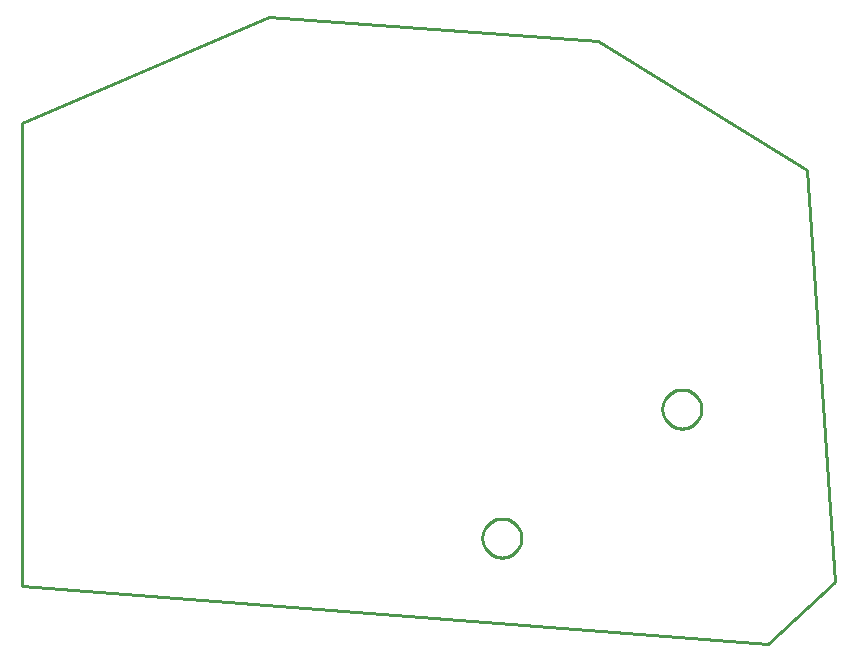
<source format=gbr>
G04 EAGLE Gerber RS-274X export*
G75*
%MOMM*%
%FSLAX34Y34*%
%LPD*%
%IN*%
%IPPOS*%
%AMOC8*
5,1,8,0,0,1.08239X$1,22.5*%
G01*
%ADD10C,0.254000*%


D10*
X12700Y63500D02*
X644476Y14658D01*
X700827Y66821D01*
X677457Y416068D01*
X500085Y524743D01*
X221722Y544979D01*
X12700Y455477D01*
X12700Y63500D01*
X588010Y212820D02*
X587939Y211741D01*
X587798Y210669D01*
X587587Y209609D01*
X587308Y208565D01*
X586960Y207541D01*
X586546Y206543D01*
X586068Y205573D01*
X585528Y204637D01*
X584927Y203738D01*
X584269Y202881D01*
X583557Y202068D01*
X582792Y201304D01*
X581979Y200591D01*
X581122Y199933D01*
X580223Y199332D01*
X579287Y198792D01*
X578317Y198314D01*
X577319Y197900D01*
X576295Y197552D01*
X575251Y197273D01*
X574191Y197062D01*
X573119Y196921D01*
X572040Y196850D01*
X570960Y196850D01*
X569881Y196921D01*
X568809Y197062D01*
X567749Y197273D01*
X566705Y197552D01*
X565681Y197900D01*
X564683Y198314D01*
X563713Y198792D01*
X562777Y199332D01*
X561878Y199933D01*
X561021Y200591D01*
X560208Y201304D01*
X559444Y202068D01*
X558731Y202881D01*
X558073Y203738D01*
X557472Y204637D01*
X556932Y205573D01*
X556454Y206543D01*
X556040Y207541D01*
X555692Y208565D01*
X555413Y209609D01*
X555202Y210669D01*
X555061Y211741D01*
X554990Y212820D01*
X554990Y213900D01*
X555061Y214979D01*
X555202Y216051D01*
X555413Y217111D01*
X555692Y218155D01*
X556040Y219179D01*
X556454Y220177D01*
X556932Y221147D01*
X557472Y222083D01*
X558073Y222982D01*
X558731Y223839D01*
X559444Y224652D01*
X560208Y225417D01*
X561021Y226129D01*
X561878Y226787D01*
X562777Y227388D01*
X563713Y227928D01*
X564683Y228406D01*
X565681Y228820D01*
X566705Y229168D01*
X567749Y229447D01*
X568809Y229658D01*
X569881Y229799D01*
X570960Y229870D01*
X572040Y229870D01*
X573119Y229799D01*
X574191Y229658D01*
X575251Y229447D01*
X576295Y229168D01*
X577319Y228820D01*
X578317Y228406D01*
X579287Y227928D01*
X580223Y227388D01*
X581122Y226787D01*
X581979Y226129D01*
X582792Y225417D01*
X583557Y224652D01*
X584269Y223839D01*
X584927Y222982D01*
X585528Y222083D01*
X586068Y221147D01*
X586546Y220177D01*
X586960Y219179D01*
X587308Y218155D01*
X587587Y217111D01*
X587798Y216051D01*
X587939Y214979D01*
X588010Y213900D01*
X588010Y212820D01*
X402590Y104680D02*
X402661Y105759D01*
X402802Y106831D01*
X403013Y107891D01*
X403292Y108935D01*
X403640Y109959D01*
X404054Y110957D01*
X404532Y111927D01*
X405072Y112863D01*
X405673Y113762D01*
X406331Y114619D01*
X407044Y115432D01*
X407808Y116197D01*
X408621Y116909D01*
X409478Y117567D01*
X410377Y118168D01*
X411313Y118708D01*
X412283Y119186D01*
X413281Y119600D01*
X414305Y119948D01*
X415349Y120227D01*
X416409Y120438D01*
X417481Y120579D01*
X418560Y120650D01*
X419640Y120650D01*
X420719Y120579D01*
X421791Y120438D01*
X422851Y120227D01*
X423895Y119948D01*
X424919Y119600D01*
X425917Y119186D01*
X426887Y118708D01*
X427823Y118168D01*
X428722Y117567D01*
X429579Y116909D01*
X430392Y116197D01*
X431157Y115432D01*
X431869Y114619D01*
X432527Y113762D01*
X433128Y112863D01*
X433668Y111927D01*
X434146Y110957D01*
X434560Y109959D01*
X434908Y108935D01*
X435187Y107891D01*
X435398Y106831D01*
X435539Y105759D01*
X435610Y104680D01*
X435610Y103600D01*
X435539Y102521D01*
X435398Y101449D01*
X435187Y100389D01*
X434908Y99345D01*
X434560Y98321D01*
X434146Y97323D01*
X433668Y96353D01*
X433128Y95417D01*
X432527Y94518D01*
X431869Y93661D01*
X431157Y92848D01*
X430392Y92084D01*
X429579Y91371D01*
X428722Y90713D01*
X427823Y90112D01*
X426887Y89572D01*
X425917Y89094D01*
X424919Y88680D01*
X423895Y88332D01*
X422851Y88053D01*
X421791Y87842D01*
X420719Y87701D01*
X419640Y87630D01*
X418560Y87630D01*
X417481Y87701D01*
X416409Y87842D01*
X415349Y88053D01*
X414305Y88332D01*
X413281Y88680D01*
X412283Y89094D01*
X411313Y89572D01*
X410377Y90112D01*
X409478Y90713D01*
X408621Y91371D01*
X407808Y92084D01*
X407044Y92848D01*
X406331Y93661D01*
X405673Y94518D01*
X405072Y95417D01*
X404532Y96353D01*
X404054Y97323D01*
X403640Y98321D01*
X403292Y99345D01*
X403013Y100389D01*
X402802Y101449D01*
X402661Y102521D01*
X402590Y103600D01*
X402590Y104680D01*
M02*

</source>
